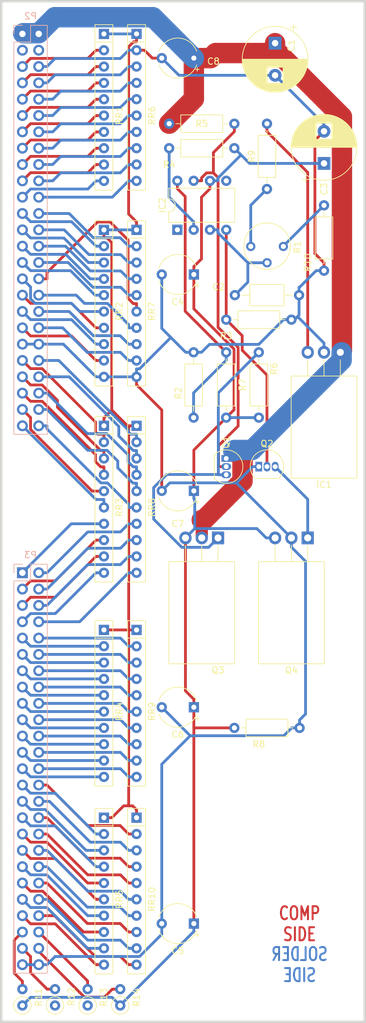
<source format=kicad_pcb>
(kicad_pcb (version 20211014) (generator pcbnew)
  (title_block (date "3 may 2015"))
  (layers (0 "F.Cu" signal "Component") (31 "B.Cu" signal "Copper") (34 "B.Paste" user) (35 "F.Paste" user) (36 "B.SilkS" user "B.Silkscreen") (37 "F.SilkS" user "F.Silkscreen") (38 "B.Mask" user) (39 "F.Mask" user) (44 "Edge.Cuts" user))
  (net 0 "")
  (net 1 "/Vacc")
  (net 2 "{slash}VI0")
  (net 3 "GND")
  (net 4 "+8_V")
  (net 5 "Net-(C2-Pad1)")
  (net 6 "Vacc")
  (net 7 "-16_V")
  (net 8 "VCC")
  (net 10 "Net-(IC2-Pad2)")
  (net 11 "Net-(IC2-Pad4)")
  (net 13 "Net-(IC2-Pad7)")
  (net 14 "Net-(IC2-Pad8)")
  (net 15 "{slash}S_CLR")
  (net 16 "{slash}VI1")
  (net 17 "{slash}DMA0")
  (net 18 "{slash}VI2")
  (net 19 "{slash}DMA1")
  (net 20 "+16_V")
  (net 21 "XRDY")
  (net 22 "{slash}VI3")
  (net 23 "{slash}DMA2")
  (net 24 "{slash}VI4")
  (net 25 "{slash}SXTRQ")
  (net 26 "{slash}VI5")
  (net 27 "A19")
  (net 28 "{slash}VI6")
  (net 29 "{slash}SIXTN")
  (net 30 "{slash}VI7")
  (net 31 "A20")
  (net 32 "{slash}NMI")
  (net 33 "A21")
  (net 34 "{slash}PWRFAIL")
  (net 35 "A22")
  (net 36 "{slash}DMA3")
  (net 37 "A23")
  (net 38 "A18")
  (net 39 "---(pin_65)")
  (net 40 "A16")
  (net 41 "---(pin_66)")
  (net 42 "A17")
  (net 43 "{slash}PHANTOM")
  (net 44 "{slash}SDSB")
  (net 45 "{slash}CDSB")
  (net 46 "rsvd(pin_38)")
  (net 47 "---(pin_21)")
  (net 48 "rsvd(pin_42)")
  (net 49 "{slash}ADSB")
  (net 50 "A13")
  (net 51 "RDY")
  (net 52 "A14")
  (net 53 "A10")
  (net 54 "A11")
  (net 55 "{slash}INT")
  (net 56 "phi2,phi0")
  (net 57 "{slash}HOLD")
  (net 58 "{slash}PSTVAL")
  (net 59 "{slash}RESET")
  (net 60 "rsvd(pin_27)")
  (net 61 "rsvd(pin_28)")
  (net 62 "DI4")
  (net 63 "DO1_or_D1")
  (net 64 "DI5")
  (net 65 "DO0_or_D0")
  (net 66 "DI6")
  (net 67 "SM1")
  (net 68 "DI1")
  (net 69 "SOUT")
  (net 70 "DI0")
  (net 71 "SINP")
  (net 72 "SINTA")
  (net 73 "SMEMR")
  (net 74 "{slash}SWO")
  (net 75 "DO4_or_D4")
  (net 76 "DO2_or_D2")
  (net 77 "DO5_or_D5")
  (net 78 "MWRT")
  (net 79 "DO3_or_D3")
  (net 80 "DO6_or_D6")
  (net 81 "DO7_or_D7")
  (net 82 "DI2_or_D10")
  (net 83 "DI3_or_D11")
  (net 84 "DI7_or_D15")
  (net 85 "{slash}DODSB")
  (net 86 "SHLTA")
  (net 87 "{slash}ERROR")
  (net 88 "CLOCK")
  (net 89 "{slash}POC")
  (net 90 "PHLDA")
  (net 91 "PSYNC")
  (net 93 "{slash}PWR")
  (net 95 "PDBIN")
  (net 96 "A5")
  (net 97 "A0")
  (net 98 "A4")
  (net 99 "A1")
  (net 100 "A3")
  (net 101 "A2")
  (net 102 "A15")
  (net 103 "A6")
  (net 104 "A12")
  (net 105 "A7")
  (net 106 "A9")
  (net 107 "A8")
  (net 108 "Net-(Q1-Pad3)")
  (net 109 "Net-(Q2-Pad3)")
  (net 110 "Net-(R1-Pad3)")
  (net 111 "Net-(R1-Pad1)")
  (footprint "Resistor_THT:R_Axial_DIN0207_L6.3mm_D2.5mm_P10.16mm_Horizontal" (layer "F.Cu") (at 170.18 143.51 90)
    (fp_text reference "R9")
    (fp_text value "1800")
  )
  (footprint "Potentiometer_THT:Potentiometer_Vishay_T7-YA_Single_Vertical" (layer "F.Cu") (at 167.655 152.441 -90)
    (fp_text reference "R1")
    (fp_text value "2000")
  )
  (footprint "Resistor_THT:R_Axial_DIN0207_L6.3mm_D2.5mm_P10.16mm_Horizontal" (layer "F.Cu") (at 179.07 146.05 -90)
    (fp_text reference "R10")
    (fp_text value "1800")
  )
  (footprint "Capacitor_THT:C_Axial_L5.1mm_D3.1mm_P10.00mm_Horizontal" (layer "F.Cu") (at 165.18 160.02)
    (fp_text reference "C2")
    (fp_text value "0.47 UF")
  )
  (footprint "Package_DIP:DIP-8_W7.62mm" (layer "F.Cu") (at 156.22 149.85 90)
    (fp_text reference "IC2")
    (fp_text value "LM4250")
  )
  (footprint "Resistor_THT:R_Axial_DIN0207_L6.3mm_D2.5mm_P10.16mm_Horizontal" (layer "F.Cu") (at 165.1 137.16 180)
    (fp_text reference "R4")
    (fp_text value "1000")
  )
  (footprint "Resistor_THT:R_Axial_DIN0207_L6.3mm_D2.5mm_P10.16mm_Horizontal" (layer "F.Cu") (at 154.94 133.35)
    (fp_text reference "R5")
    (fp_text value "560")
  )
  (footprint "Resistor_THT:R_Axial_DIN0207_L6.3mm_D2.5mm_P10.16mm_Horizontal" (layer "F.Cu") (at 163.83 163.83)
    (fp_text reference "R3")
    (fp_text value "560")
  )
  (footprint "Resistor_THT:R_Axial_DIN0207_L6.3mm_D2.5mm_P10.16mm_Horizontal" (layer "F.Cu") (at 158.75 179.07 90)
    (fp_text reference "R2")
    (fp_text value "150K")
  )
  (footprint "Resistor_THT:R_Axial_DIN0207_L6.3mm_D2.5mm_P10.16mm_Horizontal" (layer "F.Cu") (at 163.83 179.07 90)
    (fp_text reference "R7")
    (fp_text value "910")
  )
  (footprint "Resistor_THT:R_Axial_DIN0207_L6.3mm_D2.5mm_P10.16mm_Horizontal" (layer "F.Cu") (at 168.91 168.91 -90)
    (fp_text reference "R6")
    (fp_text value "910")
  )
  (footprint "Package_TO_SOT_THT:TO-92_Inline" (layer "F.Cu") (at 168.91 186.69)
    (fp_text reference "Q2")
    (fp_text value "2N3904")
  )
  (footprint "Package_TO_SOT_THT:TO-92_Inline" (layer "F.Cu") (at 163.83 185.42 -90)
    (fp_text reference "Q1")
    (fp_text value "2N3906")
  )
  (footprint "Resistor_THT:R_Axial_DIN0207_L6.3mm_D2.5mm_P10.16mm_Horizontal" (layer "F.Cu") (at 165.1 227.33)
    (fp_text reference "R8")
    (fp_text value "1000")
  )
  (footprint "Capacitor_THT:CP_Radial_Tantal_D6.0mm_P5.00mm" (layer "F.Cu") (at 158.79 123.15 180)
    (fp_text reference "C8")
    (fp_text value "39 UF")
  )
  (footprint "Capacitor_THT:CP_Radial_Tantal_D6.0mm_P5.00mm" (layer "F.Cu") (at 158.79 190.46 180)
    (fp_text reference "C7")
    (fp_text value "39 UF")
  )
  (footprint "Capacitor_THT:CP_Radial_Tantal_D6.0mm_P5.00mm" (layer "F.Cu") (at 158.79 224.115 180)
    (fp_text reference "C6")
    (fp_text value "39 UF")
  )
  (footprint "Package_TO_SOT_THT:TO-220-3_Horizontal_TabDown" (layer "F.Cu") (at 181.61 168.91 180)
    (fp_text reference "IC1")
    (fp_text value "7805")
  )
  (footprint "Package_TO_SOT_THT:TO-220-3_Horizontal_TabDown" (layer "F.Cu") (at 162.56 197.78 180)
    (fp_text reference "Q3")
    (fp_text value "TIP29")
  )
  (footprint "Package_TO_SOT_THT:TO-220-3_Horizontal_TabDown" (layer "F.Cu") (at 176.53 197.78 180)
    (fp_text reference "Q4")
    (fp_text value "TIP30")
  )
  (footprint "Capacitor_THT:CP_Radial_D10.0mm_P5.00mm" (layer "F.Cu") (at 179.07 139.5277 90)
    (fp_text reference "C3")
    (fp_text value "39 UF")
  )
  (footprint "Capacitor_THT:CP_Radial_D10.0mm_P5.00mm" (layer "F.Cu") (at 171.45 120.8223 -90)
    (fp_text reference "C1")
    (fp_text value "39 UF")
  )
  (footprint "Capacitor_THT:CP_Radial_Tantal_D6.0mm_P5.00mm" (layer "F.Cu") (at 158.79 156.805 180)
    (fp_text reference "C4")
    (fp_text value "39 UF")
  )
  (footprint "Capacitor_THT:CP_Radial_Tantal_D6.0mm_P5.00mm" (layer "F.Cu") (at 158.79 257.77 180)
    (fp_text reference "C5")
    (fp_text value "39 UF")
  )
  (footprint "Resistor_THT:R_Axial_DIN0207_L6.3mm_D2.5mm_P2.54mm_Vertical" (layer "F.Cu") (at 142.24 270.51 90)
    (fp_text reference "R13")
    (fp_text value "270")
  )
  (footprint "Resistor_THT:R_Array_SIP10" (layer "F.Cu") (at 144.78 241.3 -90)
    (fp_text reference "RR5")
    (fp_text value "270")
  )
  (footprint "Resistor_THT:R_Array_SIP10" (layer "F.Cu") (at 144.78 180.34 -90)
    (fp_text reference "RR3")
    (fp_text value "270")
  )
  (footprint "Resistor_THT:R_Array_SIP10" (layer "F.Cu") (at 149.86 119.38 -90)
    (fp_text reference "RR6")
    (fp_text value "270")
  )
  (footprint "Resistor_THT:R_Array_SIP10" (layer "F.Cu") (at 144.78 212.09 -90)
    (fp_text reference "RR4")
    (fp_text value "270")
  )
  (footprint "Resistor_THT:R_Axial_DIN0207_L6.3mm_D2.5mm_P2.54mm_Vertical" (layer "F.Cu") (at 132.08 270.51 90)
    (fp_text reference "R11")
    (fp_text value "270")
  )
  (footprint "Resistor_THT:R_Array_SIP10" (layer "F.Cu") (at 149.86 212.095 -90)
    (fp_text reference "RR9")
    (fp_text value "270")
  )
  (footprint "Resistor_THT:R_Array_SIP10" (layer "F.Cu") (at 149.86 241.3 -90)
    (fp_text reference "RR10")
    (fp_text value "270")
  )
  (footprint "Resistor_THT:R_Axial_DIN0207_L6.3mm_D2.5mm_P2.54mm_Vertical" (layer "F.Cu") (at 137.16 270.51 90)
    (fp_text reference "R12")
    (fp_text value "270")
  )
  (footprint "Resistor_THT:R_Array_SIP10" (layer "F.Cu") (at 149.86 180.34 -90)
    (fp_text reference "RR8")
    (fp_text value "270")
  )
  (footprint "Resistor_THT:R_Array_SIP10" (layer "F.Cu") (at 149.86 149.865 -90)
    (fp_text reference "RR7")
    (fp_text value "270")
  )
  (footprint "Resistor_THT:R_Array_SIP10" (layer "F.Cu") (at 144.78 149.865 -90)
    (fp_text reference "RR2")
    (fp_text value "270")
  )
  (footprint "Resistor_THT:R_Array_SIP10" (layer "F.Cu") (at 144.78 119.385 -90)
    (fp_text reference "RR1")
    (fp_text value "270")
  )
  (footprint "Resistor_THT:R_Axial_DIN0207_L6.3mm_D2.5mm_P2.54mm_Vertical" (layer "F.Cu") (at 147.32 270.51 90)
    (fp_text reference "R14")
    (fp_text value "270")
  )
  (footprint "Connector_PinSocket_2.54mm:PinSocket_2x25_P2.54mm_Vertical" (layer "B.Cu") (at 132.08 203.2 180)
    (fp_text reference "P3")
    (fp_text value "BUS_IN_2")
  )
  (footprint "Connector_PinSocket_2.54mm:PinSocket_2x25_P2.54mm_Vertical" (layer "B.Cu") (at 132.08 119.38 180)
    (fp_text reference "P2")
    (fp_text value "BUS_IN_1")
  )
  (gr_line (start 128.778 273.05) (end 185.42 273.05) (layer "Edge.Cuts") (width 0.381))
  (gr_line (start 128.778 114.3) (end 128.778 273.05) (layer "Edge.Cuts") (width 0.381))
  (gr_line (start 185.42 114.3) (end 128.778 114.3) (layer "Edge.Cuts") (width 0.381))
  (gr_line (start 185.42 273.05) (end 185.42 114.3) (layer "Edge.Cuts") (width 0.381))
  (gr_text "COMP\nSIDE" (at 175.26 257.81) (layer "F.Cu") (effects (font (size 2.032 1.524) (thickness 0.3048))))
  (gr_text "SOLDER\nSIDE" (at 175.26 264.16) (layer "B.Cu") (effects (font (size 2.032 1.524) (thickness 0.3048)) (justify mirror)))
  (segment (start 159.9795 154.3837) (end 159.9795 144.7823) (width 0.4318) (layer "F.Cu") (net 1))
  (segment (start 165.0527 168.4083) (end 158.79 162.1456) (width 0.4318) (layer "F.Cu") (net 1))
  (segment (start 158.79 184.11) (end 163.83 179.07) (width 0.4318) (layer "F.Cu") (net 1))
  (segment (start 158.79 227.33) (end 165.1 227.33) (width 0.4318) (layer "F.Cu") (net 1))
  (segment (start 157.48 221.5732) (end 157.48 197.78) (width 0.4318) (layer "F.Cu") (net 1))
  (segment (start 158.79 222.8832) (end 157.48 221.5732) (width 0.4318) (layer "F.Cu") (net 1))
  (segment (start 161.3 142.23) (end 161.3 143.4618) (width 0.4318) (layer "F.Cu") (net 1))
  (segment (start 158.79 224.115) (end 158.79 222.8832) (width 0.4318) (layer "F.Cu") (net 1))
  (segment (start 158.79 257.77) (end 158.79 227.33) (width 0.4318) (layer "F.Cu") (net 1))
  (segment (start 158.79 227.33) (end 158.79 224.115) (width 0.4318) (layer "F.Cu") (net 1))
  (segment (start 158.79 190.46) (end 158.79 184.11) (width 0.4318) (layer "F.Cu") (net 1))
  (segment (start 165.0527 177.8473) (end 165.0527 168.4083) (width 0.4318) (layer "F.Cu") (net 1))
  (segment (start 163.83 179.07) (end 165.0527 177.8473) (width 0.4318) (layer "F.Cu") (net 1))
  (segment (start 158.79 156.805) (end 158.79 155.5732) (width 0.4318) (layer "F.Cu") (net 1))
  (segment (start 158.79 155.5732) (end 159.9795 154.3837) (width 0.4318) (layer "F.Cu") (net 1))
  (segment (start 159.9795 144.7823) (end 161.3 143.4618) (width 0.4318) (layer "F.Cu") (net 1))
  (segment (start 158.79 162.1456) (end 158.79 156.805) (width 0.4318) (layer "F.Cu") (net 1))
  (segment (start 161.3 142.23) (end 162.5318 142.23) (width 0.4318) (layer "B.Cu") (net 1))
  (segment (start 147.32 270.51) (end 147.3009 270.4909) (width 0.4318) (layer "B.Cu") (net 1))
  (segment (start 147.3009 270.4909) (end 146.05 269.24) (width 0.4318) (layer "B.Cu") (net 1))
  (segment (start 168.6158 196.3301) (end 158.9299 196.3301) (width 0.4318) (layer "B.Cu") (net 1))
  (segment (start 158.9299 191.8317) (end 158.79 191.6918) (width 0.4318) (layer "B.Cu") (net 1))
  (segment (start 167.4677 139.5277) (end 166.1427 138.2027) (width 0.4318) (layer "B.Cu") (net 1))
  (segment (start 166.1427 138.2027) (end 165.1 137.16) (width 0.4318) (layer "B.Cu") (net 1))
  (segment (start 163.83 179.07) (end 168.91 179.07) (width 0.4318) (layer "B.Cu") (net 1))
  (segment (start 158.9299 196.3301) (end 158.9299 191.8317) (width 0.4318) (layer "B.Cu") (net 1))
  (segment (start 158.79 190.46) (end 158.79 191.6918) (width 0.4318) (layer "B.Cu") (net 1))
  (segment (start 170.0657 197.78) (end 168.6158 196.3301) (width 0.4318) (layer "B.Cu") (net 1))
  (segment (start 179.07 139.5277) (end 167.4677 139.5277) (width 0.4318) (layer "B.Cu") (net 1))
  (segment (start 166.1427 138.2027) (end 162.5318 141.8136) (width 0.4318) (layer "B.Cu") (net 1))
  (segment (start 158.9299 196.3301) (end 157.48 197.78) (width 0.4318) (layer "B.Cu") (net 1))
  (segment (start 171.45 197.78) (end 170.0657 197.78) (width 0.4318) (layer "B.Cu") (net 1))
  (segment (start 133.35 269.24) (end 132.08 270.51) (width 0.4318) (layer "B.Cu") (net 1))
  (segment (start 147.3009 270.4909) (end 158.79 259.0018) (width 0.4318) (layer "B.Cu") (net 1))
  (segment (start 146.05 269.24) (end 133.35 269.24) (width 0.4318) (layer "B.Cu") (net 1))
  (segment (start 158.79 257.77) (end 158.79 259.0018) (width 0.4318) (layer "B.Cu") (net 1))
  (segment (start 162.5318 141.8136) (end 162.5318 142.23) (width 0.4318) (layer "B.Cu") (net 1))
  (segment (start 142.2832 125.73) (end 143.5482 124.465) (width 0.4318) (layer "F.Cu") (net 2))
  (segment (start 133.35 125.73) (end 142.2832 125.73) (width 0.4318) (layer "F.Cu") (net 2))
  (segment (start 132.08 127) (end 133.35 125.73) (width 0.4318) (layer "F.Cu") (net 2))
  (segment (start 144.78 124.465) (end 143.5482 124.465) (width 0.4318) (layer "F.Cu") (net 2))
  (segment (start 149.86 121.92) (end 151.0918 121.92) (width 0.4318) (layer "F.Cu") (net 3))
  (segment (start 177.6505 135.9472) (end 179.07 134.5277) (width 0.4318) (layer "F.Cu") (net 3))
  (segment (start 179.07 156.21) (end 179.07 154.9782) (width 0.4318) (layer "F.Cu") (net 3))
  (segment (start 152.3218 123.15) (end 151.0918 121.92) (width 0.4318) (layer "F.Cu") (net 3))
  (segment (start 177.6505 153.5587) (end 177.6505 135.9472) (width 0.4318) (layer "F.Cu") (net 3))
  (segment (start 179.07 154.9782) (end 177.6505 153.5587) (width 0.4318) (layer "F.Cu") (net 3))
  (segment (start 149.86 173.9568) (end 153.79 177.8868) (width 0.4318) (layer "F.Cu") (net 3))
  (segment (start 153.79 123.15) (end 152.3218 123.15) (width 0.4318) (layer "F.Cu") (net 3))
  (segment (start 149.86 172.725) (end 149.86 173.9568) (width 0.4318) (layer "F.Cu") (net 3))
  (segment (start 153.79 177.8868) (end 153.79 190.46) (width 0.4318) (layer "F.Cu") (net 3))
  (segment (start 171.45 125.8223) (end 156.4623 125.8223) (width 0.4318) (layer "B.Cu") (net 3))
  (segment (start 150.3354 262.89) (end 153.79 259.4354) (width 0.4318) (layer "B.Cu") (net 3))
  (segment (start 135.9018 124.46) (end 137.1503 123.2115) (width 0.4318) (layer "B.Cu") (net 3))
  (segment (start 175.26 227.33) (end 174.0282 227.33) (width 0.4318) (layer "B.Cu") (net 3))
  (segment (start 165.4266 189.2166) (end 173.99 197.78) (width 0.4318) (layer "B.Cu") (net 3))
  (segment (start 150.3219 171.4932) (end 149.86 171.4932) (width 0.4318) (layer "B.Cu") (net 3))
  (segment (start 158.2263 228.5513) (end 153.79 224.115) (width 0.4318) (layer "B.Cu") (net 3))
  (segment (start 134.62 264.16) (end 132.08 264.16) (width 0.4318) (layer "B.Cu") (net 3))
  (segment (start 156.4623 125.8223) (end 153.79 123.15) (width 0.4318) (layer "B.Cu") (net 3))
  (segment (start 175.18 160.02) (end 175.18 163.1266) (width 0.4318) (layer "B.Cu") (net 3))
  (segment (start 175.26 158.7882) (end 175.18 158.7882) (width 0.4318) (layer "B.Cu") (net 3))
  (segment (start 149.86 172.725) (end 149.86 171.4932) (width 0.4318) (layer "B.Cu") (net 3))
  (segment (start 176.1917 201.4135) (end 176.1917 225.1665) (width 0.4318) (layer "B.Cu") (net 3))
  (segment (start 179.07 168.91) (end 179.07 167.4782) (width 0.4318) (layer "B.Cu") (net 3))
  (segment (start 165.4266 189.2166) (end 167.9532 186.69) (width 0.4318) (layer "B.Cu") (net 3))
  (segment (start 173.99 199.2118) (end 176.1917 201.4135) (width 0.4318) (layer "B.Cu") (net 3))
  (segment (start 176.1917 225.1665) (end 175.26 226.0982) (width 0.4318) (layer "B.Cu") (net 3))
  (segment (start 168.91 186.69) (end 167.9532 186.69) (width 0.4318) (layer "B.Cu") (net 3))
  (segment (start 174.9492 163.3574) (end 179.07 167.4782) (width 0.4318) (layer "B.Cu") (net 3))
  (segment (start 155.2117 166.6034) (end 150.3219 171.4932) (width 0.4318) (layer "B.Cu") (net 3))
  (segment (start 179.07 133.4423) (end 171.45 125.8223) (width 0.4318) (layer "B.Cu") (net 3))
  (segment (start 177.8382 156.21) (end 175.26 158.7882) (width 0.4318) (layer "B.Cu") (net 3))
  (segment (start 179.07 156.21) (end 177.8382 156.21) (width 0.4318) (layer "B.Cu") (net 3))
  (segment (start 153.79 156.805) (end 153.79 165.1818) (width 0.4318) (layer "B.Cu") (net 3))
  (segment (start 175.26 227.33) (end 175.26 226.0982) (width 0.4318) (layer "B.Cu") (net 3))
  (segment (start 172.8069 228.5513) (end 158.2263 228.5513) (width 0.4318) (layer "B.Cu") (net 3))
  (segment (start 153.79 190.46) (end 155.0334 189.2166) (width 0.4318) (layer "B.Cu") (net 3))
  (segment (start 137.1718 262.89) (end 150.3354 262.89) (width 0.4318) (layer "B.Cu") (net 3))
  (segment (start 168.91 167.6782) (end 172.7582 163.83) (width 0.4318) (layer "B.Cu") (net 3))
  (segment (start 175.18 160.02) (end 175.18 158.7882) (width 0.4318) (layer "B.Cu") (net 3))
  (segment (start 175.18 163.1266) (end 174.9492 163.3574) (width 0.4318) (layer "B.Cu") (net 3))
  (segment (start 134.62 124.46) (end 135.9018 124.46) (width 0.4318) (layer "B.Cu") (net 3))
  (segment (start 179.07 134.5277) (end 179.07 133.4423) (width 0.4318) (layer "B.Cu") (net 3))
  (segment (start 144.78 172.725) (end 149.86 172.725) (width 0.4318) (layer "B.Cu") (net 3))
  (segment (start 135.9018 264.16) (end 137.1718 262.89) (width 0.4318) (layer "B.Cu") (net 3))
  (segment (start 159.9818 168.91) (end 161.2136 167.6782) (width 0.4318) (layer "B.Cu") (net 3))
  (segment (start 173.99 163.83) (end 172.7582 163.83) (width 0.4318) (layer "B.Cu") (net 3))
  (segment (start 144.78 172.725) (end 143.5482 172.725) (width 0.4318) (layer "B.Cu") (net 3))
  (segment (start 173.99 197.78) (end 173.99 199.2118) (width 0.4318) (layer "B.Cu") (net 3))
  (segment (start 147.3367 123.2115) (end 148.6282 121.92) (width 0.4318) (layer "B.Cu") (net 3))
  (segment (start 174.9492 163.3574) (end 174.4766 163.83) (width 0.4318) (layer "B.Cu") (net 3))
  (segment (start 134.62 167.64) (end 138.4632 167.64) (width 0.4318) (layer "B.Cu") (net 3))
  (segment (start 158.75 168.91) (end 159.9818 168.91) (width 0.4318) (layer "B.Cu") (net 3))
  (segment (start 174.4766 163.83) (end 173.99 163.83) (width 0.4318) (layer "B.Cu") (net 3))
  (segment (start 174.0282 227.33) (end 172.8069 228.5513) (width 0.4318) (layer "B.Cu") (net 3))
  (segment (start 132.08 167.64) (end 134.62 167.64) (width 0.4318) (layer "B.Cu") (net 3))
  (segment (start 134.62 264.16) (end 135.9018 264.16) (width 0.4318) (layer "B.Cu") (net 3))
  (segment (start 155.0334 189.2166) (end 165.4266 189.2166) (width 0.4318) (layer "B.Cu") (net 3))
  (segment (start 153.79 165.1818) (end 155.2117 166.6034) (width 0.4318) (layer "B.Cu") (net 3))
  (segment (start 161.2136 167.6782) (end 168.91 167.6782) (width 0.4318) (layer "B.Cu") (net 3))
  (segment (start 155.2117 166.6034) (end 157.5182 168.91) (width 0.4318) (layer "B.Cu") (net 3))
  (segment (start 153.79 259.4354) (end 153.79 257.77) (width 0.4318) (layer "B.Cu") (net 3))
  (segment (start 158.75 168.91) (end 157.5182 168.91) (width 0.4318) (layer "B.Cu") (net 3))
  (segment (start 138.4632 167.64) (end 143.5482 172.725) (width 0.4318) (layer "B.Cu") (net 3))
  (segment (start 153.79 257.77) (end 153.79 232.9876) (width 0.4318) (layer "B.Cu") (net 3))
  (segment (start 137.1503 123.2115) (end 147.3367 123.2115) (width 0.4318) (layer "B.Cu") (net 3))
  (segment (start 149.86 121.92) (end 148.6282 121.92) (width 0.4318) (layer "B.Cu") (net 3))
  (segment (start 153.79 232.9876) (end 158.2263 228.5513) (width 0.4318) (layer "B.Cu") (net 3))
  (segment (start 166.3711 185.42) (end 165.3208 185.42) (width 1.0498) (layer "F.Cu") (net 4))
  (segment (start 158.79 129.5) (end 158.79 123.15) (width 3.175) (layer "F.Cu") (net 4))
  (segment (start 171.45 122.3623) (end 162.1811 122.3623) (width 3.175) (layer "F.Cu") (net 4))
  (segment (start 171.9553 122.3623) (end 171.45 122.3623) (width 3.175) (layer "F.Cu") (net 4))
  (segment (start 171.45 120.8223) (end 171.45 122.3623) (width 3.175) (layer "F.Cu") (net 4))
  (segment (start 181.8611 168.6589) (end 181.8611 132.2681) (width 3.175) (layer "F.Cu") (net 4))
  (segment (start 166.3711 188.9498) (end 160.3321 194.9888) (width 3.175) (layer "F.Cu") (net 4))
  (segment (start 160.3321 194.9888) (end 160.02 194.9888) (width 3.175) (layer "F.Cu") (net 4))
  (segment (start 160.02 194.9888) (end 160.02 197.78) (width 1.9048) (layer "F.Cu") (net 4))
  (segment (start 163.83 185.42) (end 165.3208 185.42) (width 1.0498) (layer "F.Cu") (net 4))
  (segment (start 181.8611 168.6589) (end 181.61 168.91) (width 1.9048) (layer "F.Cu") (net 4))
  (segment (start 181.8611 132.2681) (end 171.9553 122.3623) (width 3.175) (layer "F.Cu") (net 4))
  (segment (start 154.94 133.35) (end 158.79 129.5) (width 3.175) (layer "F.Cu") (net 4))
  (segment (start 162.1811 122.3623) (end 161.3934 123.15) (width 3.175) (layer "F.Cu") (net 4))
  (segment (start 158.79 123.15) (end 161.3934 123.15) (width 3.175) (layer "F.Cu") (net 4))
  (segment (start 166.3711 185.42) (end 166.3711 188.9498) (width 3.175) (layer "F.Cu") (net 4))
  (segment (start 167.8685 184.0996) (end 165.1504 184.0996) (width 3.175) (layer "B.Cu") (net 4))
  (segment (start 181.8137 170.1544) (end 167.8685 184.0996) (width 3.175) (layer "B.Cu") (net 4))
  (segment (start 137.11 116.7889) (end 152.4289 116.7889) (width 3.175) (layer "B.Cu") (net 4))
  (segment (start 152.4289 116.7889) (end 158.79 123.15) (width 3.175) (layer "B.Cu") (net 4))
  (segment (start 181.8137 168.91) (end 181.8137 170.1544) (width 3.175) (layer "B.Cu") (net 4))
  (segment (start 165.1504 184.0996) (end 164.9453 184.3047) (width 3.175) (layer "B.Cu") (net 4))
  (segment (start 181.8137 168.91) (end 181.61 168.91) (width 1.9048) (layer "B.Cu") (net 4))
  (segment (start 132.1811 119.2789) (end 134.62 119.2789) (width 3.175) (layer "B.Cu") (net 4))
  (segment (start 134.62 119.2789) (end 137.11 116.7889) (width 3.175) (layer "B.Cu") (net 4))
  (segment (start 132.1811 119.2789) (end 132.08 119.38) (width 1.6998) (layer "B.Cu") (net 4))
  (segment (start 164.9453 184.3047) (end 163.83 185.42) (width 1.0498) (layer "B.Cu") (net 4))
  (segment (start 134.62 119.2789) (end 134.62 119.38) (width 1.6998) (layer "B.Cu") (net 4))
  (segment (start 162.5318 150.3119) (end 167.2009 154.981) (width 0.4318) (layer "B.Cu") (net 5))
  (segment (start 167.2009 157.9991) (end 167.2009 154.981) (width 0.4318) (layer "B.Cu") (net 5))
  (segment (start 162.5318 149.85) (end 162.5318 150.3119) (width 0.4318) (layer "B.Cu") (net 5))
  (segment (start 161.3 149.85) (end 162.5318 149.85) (width 0.4318) (layer "B.Cu") (net 5))
  (segment (start 167.2009 154.981) (end 170.195 154.981) (width 0.4318) (layer "B.Cu") (net 5))
  (segment (start 165.18 160.02) (end 167.2009 157.9991) (width 0.4318) (layer "B.Cu") (net 5))
  (segment (start 149.86 240.0682) (end 149.2472 239.4554) (width 0.4318) (layer "F.Cu") (net 6))
  (segment (start 148.6344 239.4554) (end 147.8564 239.4554) (width 0.4318) (layer "F.Cu") (net 6))
  (segment (start 148.6405 212.095) (end 148.6344 212.095) (width 0.4318) (layer "F.Cu") (net 6))
  (segment (start 148.6405 180.34) (end 148.4508 180.34) (width 0.4318) (layer "F.Cu") (net 6))
  (segment (start 148.6405 180.34) (end 148.6405 212.095) (width 0.4318) (layer "F.Cu") (net 6))
  (segment (start 145.9995 177.8887) (end 144.78 179.1082) (width 0.4318) (layer "F.Cu") (net 6))
  (segment (start 149.86 120.6118) (end 149.3981 120.6118) (width 0.4318) (layer "F.Cu") (net 6))
  (segment (start 145.9995 151.8589) (end 145.9995 177.8887) (width 0.4318) (layer "F.Cu") (net 6))
  (segment (start 148.6344 239.4554) (end 148.6344 212.095) (width 0.4318) (layer "F.Cu") (net 6))
  (segment (start 149.86 241.3) (end 149.86 240.0682) (width 0.4318) (layer "F.Cu") (net 6))
  (segment (start 148.6344 212.095) (end 146.0168 212.095) (width 0.4318) (layer "F.Cu") (net 6))
  (segment (start 149.86 149.865) (end 149.86 148.6332) (width 0.4318) (layer "F.Cu") (net 6))
  (segment (start 149.3981 120.6118) (end 148.6282 121.3817) (width 0.4318) (layer "F.Cu") (net 6))
  (segment (start 145.2374 151.0968) (end 145.9995 151.8589) (width 0.4318) (layer "F.Cu") (net 6))
  (segment (start 144.78 149.865) (end 144.78 151.0968) (width 0.4318) (layer "F.Cu") (net 6))
  (segment (start 149.86 180.34) (end 148.6405 180.34) (width 0.4318) (layer "F.Cu") (net 6))
  (segment (start 149.86 119.38) (end 149.86 120.6118) (width 0.4318) (layer "F.Cu") (net 6))
  (segment (start 149.86 212.095) (end 148.6405 212.095) (width 0.4318) (layer "F.Cu") (net 6))
  (segment (start 148.4508 180.34) (end 145.9995 177.8887) (width 0.4318) (layer "F.Cu") (net 6))
  (segment (start 144.78 241.3) (end 146.0118 241.3) (width 0.4318) (layer "F.Cu") (net 6))
  (segment (start 144.78 180.34) (end 144.78 179.1082) (width 0.4318) (layer "F.Cu") (net 6))
  (segment (start 148.6282 121.3817) (end 148.6282 147.4014) (width 0.4318) (layer "F.Cu") (net 6))
  (segment (start 144.78 151.0968) (end 145.2374 151.0968) (width 0.4318) (layer "F.Cu") (net 6))
  (segment (start 149.2472 239.4554) (end 148.6344 239.4554) (width 0.4318) (layer "F.Cu") (net 6))
  (segment (start 147.8564 239.4554) (end 146.0118 241.3) (width 0.4318) (layer "F.Cu") (net 6))
  (segment (start 146.0168 212.095) (end 146.0118 212.09) (width 0.4318) (layer "F.Cu") (net 6))
  (segment (start 144.78 212.09) (end 146.0118 212.09) (width 0.4318) (layer "F.Cu") (net 6))
  (segment (start 148.6282 147.4014) (end 149.86 148.6332) (width 0.4318) (layer "F.Cu") (net 6))
  (segment (start 144.78 119.385) (end 148.6232 119.385) (width 0.4318) (layer "B.Cu") (net 6))
  (segment (start 148.6232 119.385) (end 148.6282 119.38) (width 0.4318) (layer "B.Cu") (net 6))
  (segment (start 149.86 119.38) (end 148.6282 119.38) (width 0.4318) (layer "B.Cu") (net 6))
  (segment (start 149.86 149.865) (end 144.78 149.865) (width 0.4318) (layer "B.Cu") (net 6))
  (segment (start 176.53 168.91) (end 176.53 140.9318) (width 0.4318) (layer "F.Cu") (net 8))
  (segment (start 176.53 140.9318) (end 170.18 134.5818) (width 0.4318) (layer "F.Cu") (net 8))
  (segment (start 170.18 133.35) (end 170.18 134.5818) (width 0.4318) (layer "F.Cu") (net 8))
  (segment (start 158.76 149.85) (end 158.76 148.6182) (width 0.4318) (layer "B.Cu") (net 10))
  (segment (start 154.94 137.16) (end 154.94 144.7982) (width 0.4318) (layer "B.Cu") (net 10))
  (segment (start 154.94 144.7982) (end 158.76 148.6182) (width 0.4318) (layer "B.Cu") (net 10))
  (segment (start 166.3233 166.3233) (end 163.83 163.83) (width 0.4318) (layer "F.Cu") (net 11))
  (segment (start 166.3233 168.5942) (end 166.3233 166.3233) (width 0.4318) (layer "F.Cu") (net 11))
  (segment (start 163.84 149.85) (end 163.84 151.0818) (width 0.4318) (layer "F.Cu") (net 11))
  (segment (start 170.18 186.69) (end 170.18 172.4509) (width 0.4318) (layer "F.Cu") (net 11))
  (segment (start 163.83 163.83) (end 163.83 151.0918) (width 0.4318) (layer "F.Cu") (net 11))
  (segment (start 170.18 172.4509) (end 166.3233 168.5942) (width 0.4318) (layer "F.Cu") (net 11))
  (segment (start 163.83 151.0918) (end 163.84 151.0818) (width 0.4318) (layer "F.Cu") (net 11))
  (segment (start 160.7614 140.9983) (end 159.9918 141.7679) (width 0.4318) (layer "F.Cu") (net 13))
  (segment (start 161.8355 137.8463) (end 161.8355 140.9983) (width 0.4318) (layer "F.Cu") (net 13))
  (segment (start 162.5624 165.0196) (end 162.5624 141.7252) (width 0.4318) (layer "F.Cu") (net 13))
  (segment (start 163.83 186.69) (end 162.6482 186.69) (width 0.4318) (layer "F.Cu") (net 13))
  (segment (start 162.6482 186.69) (end 162.6482 183.4253) (width 0.4318) (layer "F.Cu") (net 13))
  (segment (start 159.9918 141.7679) (end 159.9918 142.23) (width 0.4318) (layer "F.Cu") (net 13))
  (segment (start 161.8355 140.9983) (end 160.7614 140.9983) (width 0.4318) (layer "F.Cu") (net 13))
  (segment (start 165.1 134.5818) (end 161.8355 137.8463) (width 0.4318) (layer "F.Cu") (net 13))
  (segment (start 162.6482 183.4253) (end 165.688 180.3855) (width 0.4318) (layer "F.Cu") (net 13))
  (segment (start 165.1 133.35) (end 165.1 134.5818) (width 0.4318) (layer "F.Cu") (net 13))
  (segment (start 165.688 168.1452) (end 162.5624 165.0196) (width 0.4318) (layer "F.Cu") (net 13))
  (segment (start 165.688 180.3855) (end 165.688 168.1452) (width 0.4318) (layer "F.Cu") (net 13))
  (segment (start 158.76 142.23) (end 159.9918 142.23) (width 0.4318) (layer "F.Cu") (net 13))
  (segment (start 162.5624 141.7252) (end 161.8355 140.9983) (width 0.4318) (layer "F.Cu") (net 13))
  (segment (start 157.4395 144.6813) (end 156.22 143.4618) (width 0.4318) (layer "F.Cu") (net 14))
  (segment (start 157.4395 162.5195) (end 157.4395 144.6813) (width 0.4318) (layer "F.Cu") (net 14))
  (segment (start 163.83 168.91) (end 157.4395 162.5195) (width 0.4318) (layer "F.Cu") (net 14))
  (segment (start 156.22 142.23) (end 156.22 143.4618) (width 0.4318) (layer "F.Cu") (net 14))
  (segment (start 163.83 170.1418) (end 158.75 175.2218) (width 0.4318) (layer "B.Cu") (net 14))
  (segment (start 158.75 175.2218) (end 158.75 179.07) (width 0.4318) (layer "B.Cu") (net 14))
  (segment (start 163.83 168.91) (end 163.83 170.1418) (width 0.4318) (layer "B.Cu") (net 14))
  (segment (start 147.3367 125.7515) (end 148.6282 124.46) (width 0.4318) (layer "B.Cu") (net 15))
  (segment (start 149.86 124.46) (end 148.6282 124.46) (width 0.4318) (layer "B.Cu") (net 15))
  (segment (start 135.9018 127) (end 137.1503 125.7515) (width 0.4318) (layer "B.Cu") (net 15))
  (segment (start 137.1503 125.7515) (end 147.3367 125.7515) (width 0.4318) (layer "B.Cu") (net 15))
  (segment (start 134.62 127) (end 135.9018 127) (width 0.4318) (layer "B.Cu") (net 15))
  (segment (start 133.35 128.27) (end 142.2832 128.27) (width 0.4318) (layer "F.Cu") (net 16))
  (segment (start 132.08 129.54) (end 133.35 128.27) (width 0.4318) (layer "F.Cu") (net 16))
  (segment (start 144.78 127.005) (end 143.5482 127.005) (width 0.4318) (layer "F.Cu") (net 16))
  (segment (start 142.2832 128.27) (end 143.5482 127.005) (width 0.4318) (layer "F.Cu") (net 16))
  (segment (start 138.0486 128.2915) (end 147.3367 128.2915) (width 0.4318) (layer "B.Cu") (net 17))
  (segment (start 134.62 129.54) (end 135.9018 129.54) (width 0.4318) (layer "B.Cu") (net 17))
  (segment (start 147.3367 128.2915) (end 148.6282 127) (width 0.4318) (layer "B.Cu") (net 17))
  (segment (start 149.86 127) (end 148.6282 127) (width 0.4318) (layer "B.Cu") (net 17))
  (segment (start 135.9018 129.54) (end 136.8001 129.54) (width 0.4318) (layer "B.Cu") (net 17))
  (segment (start 136.8001 129.54) (end 138.0486 128.2915) (width 0.4318) (layer "B.Cu") (net 17))
  (segment (start 142.2832 130.81) (end 143.5482 129.545) (width 0.4318) (layer "F.Cu") (net 18))
  (segment (start 133.35 130.81) (end 142.2832 130.81) (width 0.4318) (layer "F.Cu") (net 18))
  (segment (start 144.78 129.545) (end 143.5482 129.545) (width 0.4318) (layer "F.Cu") (net 18))
  (segment (start 132.08 132.08) (end 133.35 130.81) (width 0.4318) (layer "F.Cu") (net 18))
  (segment (start 149.86 129.54) (end 148.6282 129.54) (width 0.4318) (layer "B.Cu") (net 19))
  (segment (start 134.62 132.08) (end 135.9018 132.08) (width 0.4318) (layer "B.Cu") (net 19))
  (segment (start 138.0486 130.8315) (end 147.3367 130.8315) (width 0.4318) (layer "B.Cu") (net 19))
  (segment (start 135.9018 132.08) (end 136.8001 132.08) (width 0.4318) (layer "B.Cu") (net 19))
  (segment (start 136.8001 132.08) (end 138.0486 130.8315) (width 0.4318) (layer "B.Cu") (net 19))
  (segment (start 147.3367 130.8315) (end 148.6282 129.54) (width 0.4318) (layer "B.Cu") (net 19))
  (segment (start 144.78 121.925) (end 143.5482 121.925) (width 0.4318) (layer "F.Cu") (net 21))
  (segment (start 142.2832 123.19) (end 143.5482 121.925) (width 0.4318) (layer "F.Cu") (net 21))
  (segment (start 133.35 123.19) (end 142.2832 123.19) (width 0.4318) (layer "F.Cu") (net 21))
  (segment (start 132.08 124.46) (end 133.35 123.19) (width 0.4318) (layer "F.Cu") (net 21))
  (segment (start 144.78 132.085) (end 143.5482 132.085) (width 0.4318) (layer "F.Cu") (net 22))
  (segment (start 142.2832 133.35) (end 143.5482 132.085) (width 0.4318) (layer "F.Cu") (net 22))
  (segment (start 132.08 134.62) (end 133.35 133.35) (width 0.4318) (layer "F.Cu") (net 22))
  (segment (start 133.35 133.35) (end 142.2832 133.35) (width 0.4318) (layer "F.Cu") (net 22))
  (segment (start 135.9018 134.62) (end 136.8001 134.62) (width 0.4318) (layer "B.Cu") (net 23))
  (segment (start 149.86 132.08) (end 148.6282 132.08) (width 0.4318) (layer "B.Cu") (net 23))
  (segment (start 147.3367 133.3715) (end 148.6282 132.08) (width 0.4318) (layer "B.Cu") (net 23))
  (segment (start 138.0486 133.3715) (end 147.3367 133.3715) (width 0.4318) (layer "B.Cu") (net 23))
  (segment (start 136.8001 134.62) (end 138.0486 133.3715) (width 0.4318) (layer "B.Cu") (net 23))
  (segment (start 134.62 134.62) (end 135.9018 134.62) (width 0.4318) (layer "B.Cu") (net 23))
  (segment (start 133.35 135.89) (end 142.2832 135.89) (width 0.4318) (layer "F.Cu") (net 24))
  (segment (start 132.08 137.16) (end 133.35 135.89) (width 0.4318) (layer "F.Cu") (net 24))
  (segment (start 144.78 134.625) (end 143.5482 134.625) (width 0.4318) (layer "F.Cu") (net 24))
  (segment (start 142.2832 135.89) (end 143.5482 134.625) (width 0.4318) (layer "F.Cu") (net 24))
  (segment (start 149.86 134.62) (end 148.6282 134.62) (width 0.4318) (layer "B.Cu") (net 25))
  (segment (start 138.0486 135.9115) (end 147.3367 135.9115) (width 0.4318) (layer "B.Cu") (net 25))
  (segment (start 136.8001 137.16) (end 138.0486 135.9115) (width 0.4318) (layer "B.Cu") (net 25))
  (segment (start 147.3367 135.9115) (end 148.6282 134.62) (width 0.4318) (layer "B.Cu") (net 25))
  (segment (start 134.62 137.16) (end 135.9018 137.16) (width 0.4318) (layer "B.Cu") (net 25))
  (segment (start 135.9018 137.16) (end 136.8001 137.16) (width 0.4318) (layer "B.Cu") (net 25))
  (segment (start 144.78 137.165) (end 143.5482 137.165) (width 0.4318) (layer "F.Cu") (net 26))
  (segment (start 133.35 138.43) (end 142.2832 138.43) (width 0.4318) (layer "F.Cu") (net 26))
  (segment (start 142.2832 138.43) (end 143.5482 137.165) (width 0.4318) (layer "F.Cu") (net 26))
  (segment (start 132.08 139.7) (end 133.35 138.43) (width 0.4318) (layer "F.Cu") (net 26))
  (segment (start 149.86 137.16) (end 148.6282 137.16) (width 0.4318) (layer "B.Cu") (net 27))
  (segment (start 135.9018 139.7) (end 136.8001 139.7) (width 0.4318) (layer "B.Cu") (net 27))
  (segment (start 136.8001 139.7) (end 138.0486 138.4515) (width 0.4318) (layer "B.Cu") (net 27))
  (segment (start 134.62 139.7) (end 135.9018 139.7) (width 0.4318) (layer "B.Cu") (net 27))
  (segment (start 147.3367 138.4515) (end 148.6282 137.16) (width 0.4318) (layer "B.Cu") (net 27))
  (segment (start 138.0486 138.4515) (end 147.3367 138.4515) (width 0.4318) (layer "B.Cu") (net 27))
  (segment (start 133.35 140.97) (end 142.2832 140.97) (width 0.4318) (layer "F.Cu") (net 28))
  (segment (start 132.08 142.24) (end 133.35 140.97) (width 0.4318) (layer "F.Cu") (net 28))
  (segment (start 142.2832 140.97) (end 143.5482 139.705) (width 0.4318) (layer "F.Cu") (net 28))
  (segment (start 144.78 139.705) (end 143.5482 139.705) (width 0.4318) (layer "F.Cu") (net 28))
  (segment (start 149.86 139.7) (end 148.6282 139.7) (width 0.4318) (layer "B.Cu") (net 29))
  (segment (start 138.0486 140.9915) (end 147.3367 140.9915) (width 0.4318) (layer "B.Cu") (net 29))
  (segment (start 134.62 142.24) (end 135.9018 142.24) (width 0.4318) (layer "B.Cu") (net 29))
  (segment (start 136.8001 142.24) (end 138.0486 140.9915) (width 0.4318) (layer "B.Cu") (net 29))
  (segment (start 147.3367 140.9915) (end 148.6282 139.7) (width 0.4318) (layer "B.Cu") (net 29))
  (segment (start 135.9018 142.24) (end 136.8001 142.24) (width 0.4318) (layer "B.Cu") (net 29))
  (segment (start 142.2832 143.51) (end 143.5482 142.245) (width 0.4318) (layer "B.Cu") (net 30))
  (segment (start 132.08 144.78) (end 133.35 143.51) (width 0.4318) (layer "B.Cu") (net 30))
  (segment (start 133.35 143.51) (end 142.2832 143.51) (width 0.4318) (layer "B.Cu") (net 30))
  (segment (start 144.78 142.245) (end 143.5482 142.245) (width 0.4318) (layer "B.Cu") (net 30))
  (segment (start 134.62 144.78) (end 146.0882 144.78) (width 0.4318) (layer "B.Cu") (net 31))
  (segment (start 149.86 142.24) (end 148.6282 142.24) (width 0.4318) (layer "B.Cu") (net 31))
  (segment (start 146.0882 144.78) (end 148.6282 142.24) (width 0.4318) (layer "B.Cu") (net 31))
  (segment (start 133.35 148.59) (end 139.7332 148.59) (width 0.4318) (layer "B.Cu") (net 32))
  (segment (start 132.08 147.32) (end 133.35 148.59) (width 0.4318) (layer "B.Cu") (net 32))
  (segment (start 144.78 152.405) (end 143.5482 152.405) (width 0.4318) (layer "B.Cu") (net 32))
  (segment (start 139.7332 148.59) (end 143.5482 152.405) (width 0.4318) (layer "B.Cu") (net 32))
  (segment (start 149.86 152.405) (end 148.6282 152.405) (width 0.4318) (layer "B.Cu") (net 33))
  (segment (start 143.1263 151.0845) (end 147.3077 151.0845) (width 0.4318) (layer "B.Cu") (net 33))
  (segment (start 147.3077 151.0845) (end 148.6282 152.405) (width 0.4318) (layer "B.Cu") (net 33))
  (segment (start 134.62 147.32) (end 139.3618 147.32) (width 0.4318) (layer "B.Cu") (net 33))
  (segment (start 139.3618 147.32) (end 143.1263 151.0845) (width 0.4318) (layer "B.Cu") (net 33))
  (segment (start 142.356 154.945) (end 144.78 154.945) (width 0.4318) (layer "B.Cu") (net 34))
  (segment (start 138.541 151.13) (end 142.356 154.945) (width 0.4318) (layer "B.Cu") (net 34))
  (segment (start 133.35 151.13) (end 138.541 151.13) (width 0.4318) (layer "B.Cu") (net 34))
  (segment (start 132.08 149.86) (end 133.35 151.13) (width 0.4318) (layer "B.Cu") (net 34))
  (segment (start 142.4438 153.7132) (end 138.5906 149.86) (width 0.4318) (layer "B.Cu") (net 35))
  (segment (start 147.3964 153.7132) (end 142.4438 153.7132) (width 0.4318) (layer "B.Cu") (net 35))
  (segment (start 134.62 149.86) (end 135.9018 149.86) (width 0.4318) (layer "B.Cu") (net 35))
  (segment (start 148.6282 154.945) (end 147.3964 153.7132) (width 0.4318) (layer "B.Cu") (net 35))
  (segment (start 138.5906 149.86) (end 135.9018 149.86) (width 0.4318) (layer "B.Cu") (net 35))
  (segment (start 149.86 154.945) (end 148.6282 154.945) (width 0.4318) (layer "B.Cu") (net 35))
  (segment (start 142.6498 157.485) (end 143.5482 157.485) (width 0.4318) (layer "B.Cu") (net 36))
  (segment (start 132.08 152.4) (end 133.3506 153.6706) (width 0.4318) (layer "B.Cu") (net 36))
  (segment (start 138.8354 153.6706) (end 142.6498 157.485) (width 0.4318) (layer "B.Cu") (net 36))
  (segment (start 144.78 157.485) (end 143.5482 157.485) (width 0.4318) (layer "B.Cu") (net 36))
  (segment (start 133.3506 153.6706) (end 138.8354 153.6706) (width 0.4318) (layer "B.Cu") (net 36))
  (segment (start 138.8038 152.4) (end 142.657 156.2532) (width 0.4318) (layer "B.Cu") (net 37))
  (segment (start 142.657 156.2532) (end 147.3964 156.2532) (width 0.4318) (layer "B.Cu") (net 37))
  (segment (start 134.62 152.4) (end 138.8038 152.4) (width 0.4318) (layer "B.Cu") (net 37))
  (segment (start 149.86 157.485) (end 148.6282 157.485) (width 0.4318) (layer "B.Cu") (net 37))
  (segment (start 147.3964 156.2532) (end 148.6282 157.485) (width 0.4318) (layer "B.Cu") (net 37))
  (segment (start 144.78 160.025) (end 143.5482 160.025) (width 0.4318) (layer "B.Cu") (net 38))
  (segment (start 132.08 154.94) (end 133.3506 156.2106) (width 0.4318) (layer "B.Cu") (net 38))
  (segment (start 139.5786 156.2106) (end 143.393 160.025) (width 0.4318) (layer "B.Cu") (net 38))
  (segment (start 143.393 160.025) (end 143.5482 160.025) (width 0.4318) (layer "B.Cu") (net 38))
  (segment (start 133.3506 156.2106) (end 139.5786 156.2106) (width 0.4318) (layer "B.Cu") (net 38))
  (segment (start 134.62 154.94) (end 135.9018 154.94) (width 0.4318) (layer "B.Cu") (net 39))
  (segment (start 149.86 160.025) (end 148.6282 160.025) (width 0.4318) (layer "B.Cu") (net 39))
  (segment (start 135.9018 154.94) (end 139.2064 154.94) (width 0.4318) (layer "B.Cu") (net 39))
  (segment (start 139.2064 154.94) (end 143.0596 158.7932) (width 0.4318) (layer "B.Cu") (net 39))
  (segment (start 143.0596 158.7932) (end 147.3964 158.7932) (width 0.4318) (layer "B.Cu") (net 39))
  (segment (start 147.3964 158.7932) (end 148.6282 160.025) (width 0.4318) (layer "B.Cu") (net 39))
  (segment (start 141.0082 162.565) (end 144.78 162.565) (width 0.4318) (layer "B.Cu") (net 40))
  (segment (start 132.08 157.48) (end 133.3505 158.7505) (width 0.4318) (layer "B.Cu") (net 40))
  (segment (start 139.7332 161.29) (end 141.0082 162.565) (width 0.4318) (layer "B.Cu") (net 40))
  (segment (start 133.3505 158.7505) (end 133.3505 160.597) (width 0.4318) (layer "B.Cu") (net 40))
  (segment (start 133.3505 160.597) (end 134.0435 161.29) (width 0.4318) (layer "B.Cu") (net 40))
  (segment (start 134.0435 161.29) (end 139.7332 161.29) (width 0.4318) (layer "B.Cu") (net 40))
  (segment (start 143.7749 148.6455) (end 145.7566 148.6455) (width 0.4318) (layer "F.Cu") (net 41))
  (segment (start 134.62 157.48) (end 135.9018 157.48) (width 0.4318) (layer "F.Cu") (net 41))
  (segment (start 149.3495 161.3332) (end 149.86 161.3332) (width 0.4318) (layer "F.Cu") (net 41))
  (segment (start 135.9018 156.5186) (end 143.7749 148.6455) (width 0.4318) (layer "F.Cu") (net 41))
  (segment (start 148.5395 160.5232) (end 149.3495 161.3332) (width 0.4318) (layer "F.Cu") (net 41))
  (segment (start 135.9018 157.48) (end 135.9018 156.5186) (width 0.4318) (layer "F.Cu") (net 41))
  (segment (start 148.5395 151.4284) (end 148.5395 160.5232) (width 0.4318) (layer "F.Cu") (net 41))
  (segment (start 149.86 162.565) (end 149.86 161.3332) (width 0.4318) (layer "F.Cu") (net 41))
  (segment (start 145.7566 148.6455) (end 148.5395 151.4284) (width 0.4318) (layer "F.Cu") (net 41))
  (segment (start 132.08 160.02) (end 133.3495 161.2895) (width 0.4318) (layer "F.Cu") (net 42))
  (segment (start 144.78 165.105) (end 143.5482 165.105) (width 0.4318) (layer "F.Cu") (net 42))
  (segment (start 133.3495 161.2895) (end 139.7327 161.2895) (width 0.4318) (layer "F.Cu") (net 42))
  (segment (start 139.7327 161.2895) (end 143.5482 165.105) (width 0.4318) (layer "F.Cu") (net 42))
  (segment (start 149.86 165.105) (end 148.6282 165.105) (width 0.4318) (layer "B.Cu") (net 43))
  (segment (start 145.3355 161.3018) (end 141.7506 161.3018) (width 0.4318) (layer "B.Cu") (net 43))
  (segment (start 134.62 160.02) (end 135.9018 160.02) (width 0.4318) (layer "B.Cu") (net 43))
  (segment (start 148.6282 165.105) (end 148.6282 164.5945) (width 0.4318) (layer "B.Cu") (net 43))
  (segment (start 141.7506 161.3018) (end 140.4688 160.02) (width 0.4318) (layer "B.Cu") (net 43))
  (segment (start 148.6282 164.5945) (end 145.3355 161.3018) (width 0.4318) (layer "B.Cu") (net 43))
  (segment (start 140.4688 160.02) (end 135.9018 160.02) (width 0.4318) (layer "B.Cu") (net 43))
  (segment (start 144.78 167.645) (end 143.5482 167.645) (width 0.4318) (layer "B.Cu") (net 44))
  (segment (start 133.3494 163.8294) (end 132.08 162.56) (width 0.4318) (layer "B.Cu") (net 44))
  (segment (start 139.7326 163.8294) (end 133.3494 163.8294) (width 0.4318) (layer "B.Cu") (net 44))
  (segment (start 143.5482 167.645) (end 139.7326 163.8294) (width 0.4318) (layer "B.Cu") (net 44))
  (segment (start 132.08 165.1) (end 133.35 166.37) (width 0.4318) (layer "F.Cu") (net 45))
  (segment (start 139.7332 166.37) (end 143.5482 170.185) (width 0.4318) (layer "F.Cu") (net 45))
  (segment (start 133.35 166.37) (end 139.7332 166.37) (width 0.4318) (layer "F.Cu") (net 45))
  (segment (start 144.78 170.185) (end 143.5482 170.185) (width 0.4318) (layer "F.Cu") (net 45))
  (segment (start 135.9018 165.1) (end 138.3483 165.1) (width 0.4318) (layer "B.Cu") (net 46))
  (segment (start 147.3582 168.915) (end 148.6282 170.185) (width 0.4318) (layer "B.Cu") (net 46))
  (segment (start 134.62 165.1) (end 135.9018 165.1) (width 0.4318) (layer "B.Cu") (net 46))
  (segment (start 142.1633 168.915) (end 147.3582 168.915) (width 0.4318) (layer "B.Cu") (net 46))
  (segment (start 149.86 170.185) (end 148.6282 170.185) (width 0.4318) (layer "B.Cu") (net 46))
  (segment (start 138.3483 165.1) (end 142.1633 168.915) (width 0.4318) (layer "B.Cu") (net 46))
  (segment (start 144.78 182.88) (end 144.78 181.6482) (width 0.4318) (layer "F.Cu") (net 47))
  (segment (start 132.08 170.18) (end 133.35 171.45) (width 0.4318) (layer "F.Cu") (net 47))
  (segment (start 135.158 171.45) (end 143.4595 179.7515) (width 0.4318) (layer "F.Cu") (net 47))
  (segment (start 143.4595 179.7515) (end 143.4595 181.289) (width 0.4318) (layer "F.Cu") (net 47))
  (segment (start 143.4595 181.289) (end 143.8187 181.6482) (width 0.4318) (layer "F.Cu") (net 47))
  (segment (start 133.35 171.45) (end 135.158 171.45) (width 0.4318) (layer "F.Cu") (net 47))
  (segment (start 143.8187 181.6482) (end 144.78 181.6482) (width 0.4318) (layer "F.Cu") (net 47))
  (segment (start 148.5395 181.2641) (end 148.9236 181.6482) (width 0.4318) (layer "B.Cu") (net 48))
  (segment (start 148.9236 181.6482) (end 149.86 181.6482) (width 0.4318) (layer "B.Cu") (net 48))
  (segment (start 134.62 170.18) (end 137.7508 170.18) (width 0.4318) (layer "B.Cu") (net 48))
  (segment (start 137.7508 170.18) (end 148.5395 180.9687) (width 0.4318) (layer "B.Cu") (net 48))
  (segment (start 149.86 182.88) (end 149.86 181.6482) (width 0.4318) (layer "B.Cu") (net 48))
  (segment (start 148.5395 180.9687) (end 148.5395 181.2641) (width 0.4318) (layer "B.Cu") (net 48))
  (segment (start 144.2695 184.1882) (end 144.78 184.1882) (width 0.4318) (layer "F.Cu") (net 49))
  (segment (start 137.536 176.3781) (end 137.536 177.4547) (width 0.4318) (layer "F.Cu") (net 49))
  (segment (start 137.536 177.4547) (end 144.2695 184.1882) (width 0.4318) (layer "F.Cu") (net 49))
  (segment (start 133.35 173.99) (end 135.1479 173.99) (width 0.4318) (layer "F.Cu") (net 49))
  (segment (start 144.78 185.42) (end 144.78 184.1882) (width 0.4318) (layer "F.Cu") (net 49))
  (segment (start 132.08 172.72) (end 133.35 173.99) (width 0.4318) (layer "F.Cu") (net 49))
  (segment (start 135.1479 173.99) (end 137.536 176.3781) (width 0.4318) (layer "F.Cu") (net 49))
  (segment (start 149.86 227.335) (end 148.6282 227.335) (width 0.4318) (layer "B.Cu") (net 50))
  (segment (start 147.3532 226.06) (end 148.6282 227.335) (width 0.4318) (layer "B.Cu") (net 50))
  (segment (start 134.62 226.06) (end 147.3532 226.06) (width 0.4318) (layer "B.Cu") (net 50))
  (segment (start 149.86 185.42) (end 149.86 184.1882) (width 0.4318) (layer "B.Cu") (net 51))
  (segment (start 134.62 172.72) (end 139.3748 172.72) (width 0.4318) (layer "B.Cu") (net 51))
  (segment (start 147.0953 180.4405) (end 147.0953 181.934) (width 0.4318) (layer "B.Cu") (net 51))
  (segment (start 147.0953 181.934) (end 149.3495 184.1882) (width 0.4318) (layer "B.Cu") (net 51))
  (segment (start 139.3748 172.72) (end 147.0953 180.4405) (width 0.4318) (layer "B.Cu") (net 51))
  (segment (start 149.3495 184.1882) (end 149.86 184.1882) (width 0.4318) (layer "B.Cu") (net 51))
  (segment (start 134.62 228.6) (end 147.3532 228.6) (width 0.4318) (layer "B.Cu") (net 52))
  (segment (start 147.3532 228.6) (end 148.6282 229.875) (width 0.4318) (layer "B.Cu") (net 52))
  (segment (start 149.86 229.875) (end 148.6282 229.875) (width 0.4318) (layer "B.Cu") (net 52))
  (segment (start 132.08 231.14) (end 133.35 232.41) (width 0.4318) (layer "B.Cu") (net 53))
  (segment (start 133.35 232.41) (end 144.78 232.41) (width 0.4318) (layer "B.Cu") (net 53))
  (segment (start 134.62 231.14) (end 147.3532 231.14) (width 0.4318) (layer "B.Cu") (net 54))
  (segment (start 149.86 232.415) (end 148.6282 232.415) (width 0.4318) (layer "B.Cu") (net 54))
  (segment (start 147.3532 231.14) (end 148.6282 232.415) (width 0.4318) (layer "B.Cu") (net 54))
  (segment (start 135.9018 175.26) (end 142.2013 181.5595) (width 0.4318) (layer "B.Cu") (net 55))
  (segment (start 149.86 187.96) (end 149.86 186.7282) (width 0.4318) (layer "B.Cu") (net 55))
  (segment (start 148.5395 184.857) (end 148.5395 185.9182) (width 0.4318) (layer "B.Cu") (net 55))
  (segment (start 149.3495 186.7282) (end 149.86 186.7282) (width 0.4318) (layer "B.Cu") (net 55))
  (segment (start 148.5395 185.9182) (end 149.3495 186.7282) (width 0.4318) (layer "B.Cu") (net 55))
  (segment (start 134.62 175.26) (end 135.9018 175.26) (width 0.4318) (layer "B.Cu") (net 55))
  (segment (start 145.242 181.5595) (end 148.5395 184.857) (width 0.4318) (layer "B.Cu") (net 55))
  (segment (start 142.2013 181.5595) (end 145.242 181.5595) (width 0.4318) (layer "B.Cu") (net 55))
  (segment (start 132.08 177.8) (end 133.35 179.07) (width 0.4318) (layer "F.Cu") (net 56))
  (segment (start 133.35 179.07) (end 133.35 180.9036) (width 0.4318) (layer "F.Cu") (net 56))
  (segment (start 142.9464 190.5) (end 144.78 190.5) (width 0.4318) (layer "F.Cu") (net 56))
  (segment (start 133.35 180.9036) (end 142.9464 190.5) (width 0.4318) (layer "F.Cu") (net 56))
  (segment (start 142.2518 184.15) (end 135.9018 177.8) (width 0.4318) (layer "B.Cu") (net 57))
  (segment (start 149.318 189.2682) (end 146.9369 186.8871) (width 0.4318) (layer "B.Cu") (net 57))
  (segment (start 149.86 190.5) (end 149.86 189.2682) (width 0.4318) (layer "B.Cu") (net 57))
  (segment (start 146.9369 186.8871) (end 146.9369 185.8262) (width 0.4318) (layer "B.Cu") (net 57))
  (segment (start 145.2607 184.15) (end 142.2518 184.15) (width 0.4318) (layer "B.Cu") (net 57))
  (segment (start 134.62 177.8) (end 135.9018 177.8) (width 0.4318) (layer "B.Cu") (net 57))
  (segment (start 149.86 189.2682) (end 149.318 189.2682) (width 0.4318) (layer "B.Cu") (net 57))
  (segment (start 146.9369 185.8262) (end 145.2607 184.15) (width 0.4318) (layer "B.Cu") (net 57))
  (segment (start 144.78 193.04) (end 144.78 191.8082) (width 0.4318) (layer "B.Cu") (net 58))
  (segment (start 143.5482 191.8082) (end 144.78 191.8082) (width 0.4318) (layer "B.Cu") (net 58))
  (segment (start 132.08 180.34) (end 143.5482 191.8082) (width 0.4318) (layer "B.Cu") (net 58))
  (segment (start 145.3287 189.23) (end 148.6282 192.5295) (width 0.4318) (layer "B.Cu") (net 59))
  (segment (start 148.6282 192.5295) (end 148.6282 193.04) (width 0.4318) (layer "B.Cu") (net 59))
  (segment (start 135.9018 180.34) (end 135.9018 180.8207) (width 0.4318) (layer "B.Cu") (net 59))
  (segment (start 149.86 193.04) (end 148.6282 193.04) (width 0.4318) (layer "B.Cu") (net 59))
  (segment (start 134.62 180.34) (end 135.9018 180.34) (width 0.4318) (layer "B.Cu") (net 59))
  (segment (start 135.9018 180.8207) (end 144.3111 189.23) (width 0.4318) (layer "B.Cu") (net 59))
  (segment (start 144.3111 189.23) (end 145.3287 189.23) (width 0.4318) (layer "B.Cu") (net 59))
  (segment (start 137.1982 204.47) (end 143.5482 198.12) (width 0.4318) (layer "F.Cu") (net 60))
  (segment (start 144.78 198.12) (end 143.5482 198.12) (width 0.4318) (layer "F.Cu") (net 60))
  (segment (start 133.35 204.47) (end 137.1982 204.47) (width 0.4318) (layer "F.Cu") (net 60))
  (segment (start 132.08 205.74) (end 133.35 204.47) (width 0.4318) (layer "F.Cu") (net 60))
  (segment (start 144.78 200.66) (end 143.5482 200.66) (width 0.4318) (layer "F.Cu") (net 61))
  (segment (start 132.08 208.28) (end 133.3495 207.0105) (width 0.4318) (layer "F.Cu") (net 61))
  (segment (start 137.1977 207.0105) (end 143.5482 200.66) (width 0.4318) (layer "F.Cu") (net 61))
  (segment (start 133.3495 207.0105) (end 137.1977 207.0105) (width 0.4318) (layer "F.Cu") (net 61))
  (segment (start 149.86 248.92) (end 148.6282 248.92) (width 0.4318) (layer "F.Cu") (net 62))
  (segment (start 142.2013 247.5995) (end 147.3077 247.5995) (width 0.4318) (layer "F.Cu") (net 62))
  (segment (start 147.3077 247.5995) (end 148.6282 248.92) (width 0.4318) (layer "F.Cu") (net 62))
  (segment (start 134.62 241.3) (end 135.9018 241.3) (width 0.4318) (layer "F.Cu") (net 62))
  (segment (start 135.9018 241.3) (end 142.2013 247.5995) (width 0.4318) (layer "F.Cu") (net 62))
  (segment (start 132.08 226.06) (end 133.35 227.33) (width 0.4318) (layer "B.Cu") (net 63))
  (segment (start 133.35 227.33) (end 144.78 227.33) (width 0.4318) (layer "B.Cu") (net 63))
  (segment (start 149.86 251.46) (end 148.6282 251.46) (width 0.4318) (layer "F.Cu") (net 64))
  (segment (start 142.2518 250.19) (end 135.9018 243.84) (width 0.4318) (layer "F.Cu") (net 64))
  (segment (start 134.62 243.84) (end 135.9018 243.84) (width 0.4318) (layer "F.Cu") (net 64))
  (segment (start 147.3582 250.19) (end 142.2518 250.19) (width 0.4318) (layer "F.Cu") (net 64))
  (segment (start 148.6282 251.46) (end 147.3582 250.19) (width 0.4318) (layer "F.Cu") (net 64))
  (segment (start 133.35 229.87) (end 144.78 229.87) (width 0.4318) (layer "B.Cu") (net 65))
  (segment (start 132.08 228.6) (end 133.35 229.87) (width 0.4318) (layer "B.Cu") (net 65))
  (segment (start 134.62 246.38) (end 135.9018 246.38) (width 0.4318) (layer "B.Cu") (net 66))
  (segment (start 149.86 254) (end 148.6282 254) (width 0.4318) (layer "B.Cu") (net 66))
  (segment (start 148.6282 254) (end 147.3576 252.7294) (width 0.4318) (layer "B.Cu") (net 66))
  (segment (start 147.3576 252.7294) (end 142.2512 252.7294) (width 0.4318) (layer "B.Cu") (net 66))
  (segment (start 142.2512 252.7294) (end 135.9018 246.38) (width 0.4318) (layer "B.Cu") (net 66))
  (segment (start 132.08 248.92) (end 133.35 250.19) (width 0.4318) (layer "B.Cu") (net 67))
  (segment (start 142.2395 256.54) (end 144.78 256.54) (width 0.4318) (layer "B.Cu") (net 67))
  (segment (start 135.8895 250.19) (end 142.2395 256.54) (width 0.4318) (layer "B.Cu") (net 67))
  (segment (start 133.35 250.19) (end 135.8895 250.19) (width 0.4318) (layer "B.Cu") (net 67))
  (segment (start 148.6282 256.54) (end 147.3077 255.2195) (width 0.4318) (layer "B.Cu") (net 68))
  (segment (start 134.62 248.92) (end 135.9018 248.92) (width 0.4318) (layer "B.Cu") (net 68))
  (segment (start 142.2013 255.2195) (end 135.9018 248.92) (width 0.4318) (layer "B.Cu") (net 68))
  (segment (start 149.86 256.54) (end 148.6282 256.54) (width 0.4318) (layer "B.Cu") (net 68))
  (segment (start 147.3077 255.2195) (end 142.2013 255.2195) (width 0.4318) (layer "B.Cu") (net 68))
  (segment (start 141.5995 259.08) (end 144.78 259.08) (width 0.4318) (layer "F.Cu") (net 69))
  (segment (start 135.2495 252.73) (end 141.5995 259.08) (width 0.4318) (layer "F.Cu") (net 69))
  (segment (start 132.08 251.46) (end 133.35 252.73) (width 0.4318) (layer "F.Cu") (net 69))
  (segment (start 133.35 252.73) (end 135.2495 252.73) (width 0.4318) (layer "F.Cu") (net 69))
  (segment (start 148.6282 259.08) (end 147.3077 257.7595) (width 0.4318) (layer "F.Cu") (net 70))
  (segment (start 149.86 259.08) (end 148.6282 259.08) (width 0.4318) (layer "F.Cu") (net 70))
  (segment (start 134.62 251.46) (end 135.9018 251.46) (width 0.4318) (layer "F.Cu") (net 70))
  (segment (start 142.2013 257.7595) (end 135.9018 251.46) (width 0.4318) (layer "F.Cu") (net 70))
  (segment (start 147.3077 257.7595) (end 142.2013 257.7595) (width 0.4318) (layer "F.Cu") (net 70))
  (segment (start 133.35 255.27) (end 135.8895 255.27) (width 0.4318) (layer "B.Cu") (net 71))
  (segment (start 132.08 254) (end 133.35 255.27) (width 0.4318) (layer "B.Cu") (net 71))
  (segment (start 142.2395 261.62) (end 144.78 261.62) (width 0.4318) (layer "B.Cu") (net 71))
  (segment (start 135.8895 255.27) (end 142.2395 261.62) (width 0.4318) (layer "B.Cu") (net 71))
  (segment (start 142.2518 260.35) (end 135.9018 254) (width 0.4318) (layer "B.Cu") (net 72))
  (segment (start 149.86 261.62) (end 148.6282 261.62) (width 0.4318) (layer "B.Cu") (net 72))
  (segment (start 147.3582 260.35) (end 142.2518 260.35) (width 0.4318) (layer "B.Cu") (net 72))
  (segment (start 134.62 254) (end 135.9018 254) (width 0.4318) (layer "B.Cu") (net 72))
  (segment (start 148.6282 261.62) (end 147.3582 260.35) (width 0.4318) (layer "B.Cu") (net 72))
  (segment (start 137.1982 257.81) (end 143.5482 264.16) (width 0.4318) (layer "F.Cu") (net 73))
  (segment (start 144.78 264.16) (end 143.5482 264.16) (width 0.4318) (layer "F.Cu") (net 73))
  (segment (start 132.08 256.54) (end 133.35 257.81) (width 0.4318) (layer "F.Cu") (net 73))
  (segment (start 133.35 257.81) (end 137.1982 257.81) (width 0.4318) (layer "F.Cu") (net 73))
  (segment (start 134.62 256.54) (end 137.0833 256.54) (width 0.4318) (layer "F.Cu") (net 74))
  (segment (start 137.0833 256.54) (end 143.4333 262.89) (width 0.4318) (layer "F.Cu") (net 74))
  (segment (start 149.86 264.16) (end 148.6282 264.16) (width 0.4318) (layer "F.Cu") (net 74))
  (segment (start 143.4333 262.89) (end 147.3582 262.89) (width 0.4318) (layer "F.Cu") (net 74))
  (segment (start 147.3582 262.89) (end 148.6282 264.16) (width 0.4318) (layer "F.Cu") (net 74))
  (segment (start 133.35 234.95) (end 132.08 233.68) (width 0.4318) (layer "B.Cu") (net 75))
  (segment (start 143.5482 234.95) (end 133.35 234.95) (width 0.4318) (layer "B.Cu") (net 75))
  (segment (start 144.78 234.95) (end 143.5482 234.95) (width 0.4318) (layer "B.Cu") (net 75))
  (segment (start 134.62 233.68) (end 147.3532 233.68) (width 0.4318) (layer "B.Cu") (net 76))
  (segment (start 149.86 234.955) (end 148.6282 234.955) (width 0.4318) (layer "B.Cu") (net 76))
  (segment (start 147.3532 233.68) (end 148.6282 234.955) (width 0.4318) (layer "B.Cu") (net 76))
  (segment (start 144.78 243.84) (end 143.5482 243.84) (width 0.4318) (layer "B.Cu") (net 77))
  (segment (start 137.1981 237.4899) (end 143.5482 243.84) (width 0.4318) (layer "B.Cu") (net 77))
  (segment (start 133.3499 237.4899) (end 137.1981 237.4899) (width 0.4318) (layer "B.Cu") (net 77))
  (segment (start 132.08 236.22) (end 133.3499 237.4899) (width 0.4318) (layer "B.Cu") (net 77))
  (segment (start 139.3618 162.56) (end 143.1263 166.3245) (width 0.4318) (layer "B.Cu") (net 78))
  (segment (start 134.62 162.56) (end 139.3618 162.56) (width 0.4318) (layer "B.Cu") (net 78))
  (segment (start 143.1263 166.3245) (end 147.3077 166.3245) (width 0.4318) (layer "B.Cu") (net 78))
  (segment (start 149.86 167.645) (end 148.6282 167.645) (width 0.4318) (layer "B.Cu") (net 78))
  (segment (start 147.3077 166.3245) (end 148.6282 167.645) (width 0.4318) (layer "B.Cu") (net 78))
  (segment (start 147.3077 242.5195) (end 148.6282 243.84) (width 0.4318) (layer "F.Cu") (net 79))
  (segment (start 142.2013 242.5195) (end 147.3077 242.5195) (width 0.4318) (layer "F.Cu") (net 79))
  (segment (start 149.86 243.84) (end 148.6282 243.84) (width 0.4318) (layer "F.Cu") (net 79))
  (segment (start 135.9018 236.22) (end 142.2013 242.5195) (width 0.4318) (layer "F.Cu") (net 79))
  (segment (start 134.62 236.22) (end 135.9018 236.22) (width 0.4318) (layer "F.Cu") (net 79))
  (segment (start 144.78 246.38) (end 143.5482 246.38) (width 0.4318) (layer "B.Cu") (net 80))
  (segment (start 133.35 240.03) (end 135.6395 240.03) (width 0.4318) (layer "B.Cu") (net 80))
  (segment (start 141.9895 246.38) (end 143.5482 246.38) (width 0.4318) (layer "B.Cu") (net 80))
  (segment (start 132.08 238.76) (end 133.35 240.03) (width 0.4318) (layer "B.Cu") (net 80))
  (segment (start 135.6395 240.03) (end 141.9895 246.38) (width 0.4318) (layer "B.Cu") (net 80))
  (segment (start 136.304 238.76) (end 142.654 245.11) (width 0.4318) (layer "B.Cu") (net 81))
  (segment (start 149.86 246.38) (end 148.6282 246.38) (width 0.4318) (layer "B.Cu") (net 81))
  (segment (start 134.62 238.76) (end 136.304 238.76) (width 0.4318) (layer "B.Cu") (net 81))
  (segment (start 147.3582 245.11) (end 148.6282 246.38) (width 0.4318) (layer "B.Cu") (net 81))
  (segment (start 142.654 245.11) (end 147.3582 245.11) (width 0.4318) (layer "B.Cu") (net 81))
  (segment (start 137.1981 242.5699) (end 133.3499 242.5699) (width 0.4318) (layer "B.Cu") (net 82))
  (segment (start 143.5482 248.92) (end 137.1981 242.5699) (width 0.4318) (layer "B.Cu") (net 82))
  (segment (start 133.3499 242.5699) (end 132.08 241.3) (width 0.4318) (layer "B.Cu") (net 82))
  (segment (start 144.78 248.92) (end 143.5482 248.92) (width 0.4318) (layer "B.Cu") (net 82))
  (segment (start 135.8895 245.11) (end 142.2395 251.46) (width 0.4318) (layer "F.Cu") (net 83))
  (segment (start 133.35 245.11) (end 135.8895 245.11) (width 0.4318) (layer "F.Cu") (net 83))
  (segment (start 142.2395 251.46) (end 144.78 251.46) (width 0.4318) (layer "F.Cu") (net 83))
  (segment (start 132.08 243.84) (end 133.35 245.11) (width 0.4318) (layer "F.Cu") (net 83))
  (segment (start 132.08 246.38) (end 133.3495 247.6495) (width 0.4318) (layer "F.Cu") (net 84))
  (segment (start 137.1977 247.6495) (end 143.5482 254) (width 0.4318) (layer "F.Cu") (net 84))
  (segment (start 133.3495 247.6495) (end 137.1977 247.6495) (width 0.4318) (layer "F.Cu") (net 84))
  (segment (start 144.78 254) (end 143.5482 254) (width 0.4318) (layer "F.Cu") (net 84))
  (segment (start 144.78 187.96) (end 144.78 186.7282) (width 0.4318) (layer "F.Cu") (net 85))
  (segment (start 132.08 175.26) (end 133.35 176.53) (width 0.4318) (layer "F.Cu") (net 85))
  (segment (start 143.4595 185.9182) (end 144.2695 186.7282) (width 0.4318) (layer "F.Cu") (net 85))
  (segment (start 144.2695 186.7282) (end 144.78 186.7282) (width 0.4318) (layer "F.Cu") (net 85))
  (segment (start 135.1753 176.53) (end 143.4595 184.8142) (width 0.4318) (layer "F.Cu") (net 85))
  (segment (start 143.4595 184.8142) (end 143.4595 185.9182) (width 0.4318) (layer "F.Cu") (net 85))
  (segment (start 133.35 176.53) (end 135.1753 176.53) (width 0.4318) (layer "F.Cu") (net 85))
  (segment (start 132.08 267.97) (end 132.08 266.7382) (width 0.4318) (layer "F.Cu") (net 86))
  (segment (start 132.08 259.08) (end 130.8086 260.3514) (width 0.4318) (layer "F.Cu") (net 86))
  (segment (start 130.8086 260.3514) (end 130.8086 265.4668) (width 0.4318) (layer "F.Cu") (net 86))
  (segment (start 130.8086 265.4668) (end 132.08 266.7382) (width 0.4318) (layer "F.Cu") (net 86))
  (segment (start 142.24 266.7) (end 142.24 267.97) (width 0.4318) (layer "F.Cu") (net 87))
  (segment (start 134.62 259.08) (end 142.24 266.7) (width 0.4318) (layer "F.Cu") (net 87))
  (segment (start 132.08 261.62) (end 133.35 262.89) (width 0.4318) (layer "F.Cu") (net 88))
  (segment (start 137.16 267.97) (end 135.9282 267.97) (width 0.4318) (layer "F.Cu") (net 88))
  (segment (start 133.35 265.3918) (end 135.9282 267.97) (width 0.4318) (layer "F.Cu") (net 88))
  (segment (start 133.35 262.89) (end 133.35 265.3918) (width 0.4318) (layer "F.Cu") (net 88))
  (segment (start 147.32 267.97) (end 146.0882 267.97) (width 0.4318) (layer "F.Cu") (net 89))
  (segment (start 134.62 261.62) (end 134.62 262.0869) (width 0.4318) (layer "F.Cu") (net 89))
  (segment (start 141.7348 269.2017) (end 144.8565 269.2017) (width 0.4318) (layer "F.Cu") (net 89))
  (segment (start 144.8565 269.2017) (end 146.0882 267.97) (width 0.4318) (layer "F.Cu") (net 89))
  (segment (start 134.62 262.0869) (end 141.7348 269.2017) (width 0.4318) (layer "F.Cu") (net 89))
  (segment (start 139.7 195.58) (end 144.78 195.58) (width 0.4318) (layer "B.Cu") (net 90))
  (segment (start 132.08 203.2) (end 139.7 195.58) (width 0.4318) (layer "B.Cu") (net 90))
  (segment (start 147.3582 196.85) (end 148.6282 195.58) (width 0.4318) (layer "B.Cu") (net 91))
  (segment (start 149.86 195.58) (end 148.6282 195.58) (width 0.4318) (layer "B.Cu") (net 91))
  (segment (start 134.62 203.2) (end 135.9018 203.2) (width 0.4318) (layer "B.Cu") (net 91))
  (segment (start 142.2518 196.85) (end 147.3582 196.85) (width 0.4318) (layer "B.Cu") (net 91))
  (segment (start 135.9018 203.2) (end 142.2518 196.85) (width 0.4318) (layer "B.Cu") (net 91))
  (segment (start 149.86 198.12) (end 148.6282 198.12) (width 0.4318) (layer "B.Cu") (net 93))
  (segment (start 135.9018 205.74) (end 142.2518 199.39) (width 0.4318) (layer "B.Cu") (net 93))
  (segment (start 142.2518 199.39) (end 147.3582 199.39) (width 0.4318) (layer "B.Cu") (net 93))
  (segment (start 134.62 205.74) (end 135.9018 205.74) (width 0.4318) (layer "B.Cu") (net 93))
  (segment (start 147.3582 199.39) (end 148.6282 198.12) (width 0.4318) (layer "B.Cu") (net 93))
  (segment (start 134.62 208.28) (end 135.9018 208.28) (width 0.4318) (layer "B.Cu") (net 95))
  (segment (start 147.3582 201.93) (end 148.6282 200.66) (width 0.4318) (layer "B.Cu") (net 95))
  (segment (start 135.9018 208.28) (end 142.2518 201.93) (width 0.4318) (layer "B.Cu") (net 95))
  (segment (start 142.2518 201.93) (end 147.3582 201.93) (width 0.4318) (layer "B.Cu") (net 95))
  (segment (start 149.86 200.66) (end 148.6282 200.66) (width 0.4318) (layer "B.Cu") (net 95))
  (segment (start 144.78 203.2) (end 143.5482 203.2) (width 0.4318) (layer "B.Cu") (net 96))
  (segment (start 132.08 210.82) (end 133.35 209.55) (width 0.4318) (layer "B.Cu") (net 96))
  (segment (start 137.1982 209.55) (end 143.5482 203.2) (width 0.4318) (layer "B.Cu") (net 96))
  (segment (start 133.35 209.55) (end 137.1982 209.55) (width 0.4318) (layer "B.Cu") (net 96))
  (segment (start 141.0082 210.82) (end 148.6282 203.2) (width 0.4318) (layer "B.Cu") (net 97))
  (segment (start 134.62 210.82) (end 141.0082 210.82) (width 0.4318) (layer "B.Cu") (net 97))
  (segment (start 149.86 203.2) (end 148.6282 203.2) (width 0.4318) (layer "B.Cu") (net 97))
  (segment (start 132.08 213.36) (end 133.35 214.63) (width 0.4318) (layer "B.Cu") (net 98))
  (segment (start 133.35 214.63) (end 144.78 214.63) (width 0.4318) (layer "B.Cu") (net 98))
  (segment (start 134.62 213.36) (end 147.3532 213.36) (width 0.4318) (layer "B.Cu") (net 99))
  (segment (start 149.86 214.635) (end 148.6282 214.635) (width 0.4318) (layer "B.Cu") (net 99))
  (segment (start 147.3532 213.36) (end 148.6282 214.635) (width 0.4318) (layer "B.Cu") (net 99))
  (segment (start 132.08 215.9) (end 133.35 217.17) (width 0.4318) (layer "B.Cu") (net 100))
  (segment (start 133.35 217.17) (end 144.78 217.17) (width 0.4318) (layer "B.Cu") (net 100))
  (segment (start 147.3532 215.9) (end 148.6282 217.175) (width 0.4318) (layer "B.Cu") (net 101))
  (segment (start 134.62 215.9) (end 147.3532 215.9) (width 0.4318) (layer "B.Cu") (net 101))
  (segment (start 149.86 217.175) (end 148.6282 217.175) (width 0.4318) (layer "B.Cu") (net 101))
  (segment (start 133.35 219.71) (end 144.78 219.71) (width 0.4318) (layer "B.Cu") (net 102))
  (segment (start 132.08 218.44) (end 133.35 219.71) (width 0.4318) (layer "B.Cu") (net 102))
  (segment (start 149.86 219.715) (end 148.6282 219.715) (width 0.4318) (layer "B.Cu") (net 103))
  (segment (start 134.62 218.44) (end 147.3532 218.44) (width 0.4318) (layer "B.Cu") (net 103))
  (segment (start 147.3532 218.44) (end 148.6282 219.715) (width 0.4318) (layer "B.Cu") (net 103))
  (segment (start 132.08 220.98) (end 133.35 222.25) (width 0.4318) (layer "B.Cu") (net 104))
  (segment (start 133.35 222.25) (end 144.78 222.25) (width 0.4318) (layer "B.Cu") (net 104))
  (segment (start 147.3532 220.98) (end 148.6282 222.255) (width 0.4318) (layer "B.Cu") (net 105))
  (segment (start 149.86 222.255) (end 148.6282 222.255) (width 0.4318) (layer "B.Cu") (net 105))
  (segment (start 134.62 220.98) (end 147.3532 220.98) (width 0.4318) (layer "B.Cu") (net 105))
  (segment (start 132.08 223.52) (end 133.35 224.79) (width 0.4318) (layer "B.Cu") (net 106))
  (segment (start 133.35 224.79) (end 144.78 224.79) (width 0.4318) (layer "B.Cu") (net 106))
  (segment (start 134.62 223.52) (end 147.3532 223.52) (width 0.4318) (layer "B.Cu") (net 107))
  (segment (start 149.86 224.795) (end 148.6282 224.795) (width 0.4318) (layer "B.Cu") (net 107))
  (segment (start 147.3532 223.52) (end 148.6282 224.795) (width 0.4318) (layer "B.Cu") (net 107))
  (segment (start 154.5758 187.9148) (end 162.603 187.9148) (width 0.4318) (layer "B.Cu") (net 108))
  (segment (start 152.5276 189.963) (end 154.5758 187.9148) (width 0.4318) (layer "B.Cu") (net 108))
  (segment (start 162.603 187.9148) (end 162.603 175.217) (width 0.4318) (layer "B.Cu") (net 108))
  (segment (start 156.9091 199.2419) (end 152.5276 194.8604) (width 0.4318) (layer "B.Cu") (net 108))
  (segment (start 162.56 197.78) (end 161.0981 199.2419) (width 0.4318) (layer "B.Cu") (net 108))
  (segment (start 152.5276 194.8604) (end 152.5276 189.963) (width 0.4318) (layer "B.Cu") (net 108))
  (segment (start 163.83 187.96) (end 162.6482 187.96) (width 0.4318) (layer "B.Cu") (net 108))
  (segment (start 162.603 175.217) (end 168.91 168.91) (width 0.4318) (layer "B.Cu") (net 108))
  (segment (start 161.0981 199.2419) (end 156.9091 199.2419) (width 0.4318) (layer "B.Cu") (net 108))
  (segment (start 162.6482 187.96) (end 162.603 187.9148) (width 0.4318) (layer "B.Cu") (net 108))
  (segment (start 176.53 191.77) (end 176.53 197.78) (width 0.4318) (layer "B.Cu") (net 109))
  (segment (start 171.45 186.69) (end 176.53 191.77) (width 0.4318) (layer "B.Cu") (net 109))
  (segment (start 179.07 146.05) (end 172.735 152.385) (width 0.4318) (layer "B.Cu") (net 110))
  (segment (start 172.735 152.385) (end 172.735 152.441) (width 0.4318) (layer "B.Cu") (net 110))
  (segment (start 167.655 152.441) (end 167.655 146.035) (width 0.4318) (layer "B.Cu") (net 111))
  (segment (start 167.655 146.035) (end 170.18 143.51) (width 0.4318) (layer "B.Cu") (net 111))
)
</source>
